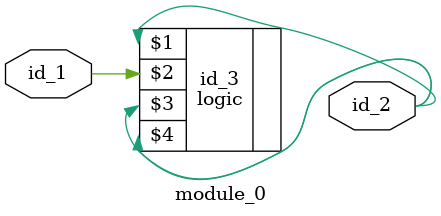
<source format=v>
module module_0 (
    id_1,
    id_2
);
  output id_2;
  input id_1;
  logic id_3 (
      id_2,
      id_1,
      id_2,
      id_2
  );
endmodule

</source>
